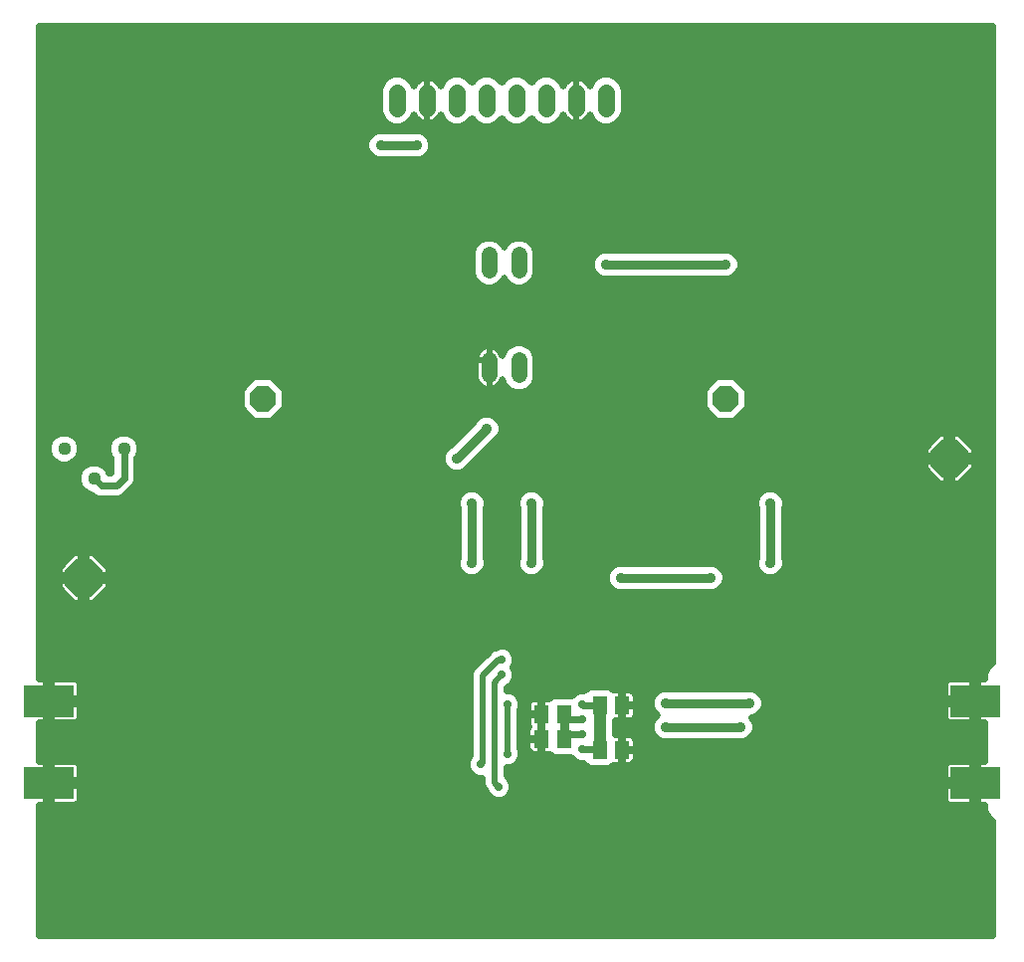
<source format=gbl>
G75*
%MOIN*%
%OFA0B0*%
%FSLAX25Y25*%
%IPPOS*%
%LPD*%
%AMOC8*
5,1,8,0,0,1.08239X$1,22.5*
%
%ADD10R,0.05118X0.05906*%
%ADD11R,0.16500X0.10500*%
%ADD12C,0.04400*%
%ADD13C,0.05200*%
%ADD14OC8,0.08500*%
%ADD15C,0.05600*%
%ADD16OC8,0.12400*%
%ADD17C,0.02781*%
%ADD18C,0.01969*%
%ADD19C,0.02362*%
%ADD20C,0.03569*%
%ADD21C,0.03150*%
%ADD22C,0.27559*%
%ADD23C,0.05906*%
%ADD24C,0.03937*%
D10*
X0211766Y0072984D03*
X0219246Y0072984D03*
X0219306Y0081350D03*
X0211825Y0081350D03*
X0231325Y0084232D03*
X0238806Y0084232D03*
X0238731Y0069382D03*
X0231250Y0069382D03*
D11*
X0357178Y0058226D03*
X0357178Y0085743D03*
X0046835Y0085743D03*
X0046835Y0058226D03*
D12*
X0061912Y0160236D03*
X0071912Y0170236D03*
X0051912Y0170236D03*
D13*
X0194254Y0194816D02*
X0194254Y0200016D01*
X0204254Y0200016D02*
X0204254Y0194816D01*
X0204254Y0230016D02*
X0204254Y0235216D01*
X0194254Y0235216D02*
X0194254Y0230016D01*
D14*
X0118506Y0186984D03*
X0273506Y0186984D03*
D15*
X0233506Y0284184D02*
X0233506Y0289784D01*
X0223506Y0289784D02*
X0223506Y0284184D01*
X0213506Y0284184D02*
X0213506Y0289784D01*
X0203506Y0289784D02*
X0203506Y0284184D01*
X0193506Y0284184D02*
X0193506Y0289784D01*
X0183506Y0289784D02*
X0183506Y0284184D01*
X0173506Y0284184D02*
X0173506Y0289784D01*
X0163506Y0289784D02*
X0163506Y0284184D01*
D16*
X0348506Y0166984D03*
X0058506Y0126984D03*
D17*
X0186506Y0104484D03*
X0186506Y0099484D03*
X0191506Y0104484D03*
X0198506Y0099484D03*
X0198506Y0094484D03*
X0201006Y0089484D03*
X0206006Y0089484D03*
X0211006Y0089484D03*
X0200506Y0084484D03*
X0206006Y0077984D03*
X0206006Y0072984D03*
X0206506Y0067984D03*
X0211006Y0064484D03*
X0209006Y0059984D03*
X0206006Y0063484D03*
X0200506Y0067984D03*
X0191506Y0064484D03*
X0197506Y0056984D03*
X0186506Y0079484D03*
X0186506Y0084484D03*
X0186506Y0089484D03*
X0186506Y0094484D03*
X0225506Y0084484D03*
X0225506Y0079484D03*
X0225506Y0074484D03*
X0225506Y0069484D03*
D18*
X0043491Y0050992D02*
X0043491Y0006968D01*
X0363223Y0006968D01*
X0363223Y0045535D01*
X0362683Y0045759D01*
X0361281Y0047161D01*
X0360522Y0048993D01*
X0360522Y0050992D01*
X0358162Y0050992D01*
X0358162Y0057242D01*
X0356194Y0057242D01*
X0356194Y0050992D01*
X0348667Y0050992D01*
X0348162Y0051127D01*
X0347710Y0051388D01*
X0347340Y0051758D01*
X0347079Y0052210D01*
X0346944Y0052715D01*
X0346944Y0057242D01*
X0356194Y0057242D01*
X0356194Y0059210D01*
X0356194Y0065460D01*
X0348667Y0065460D01*
X0348162Y0065325D01*
X0347710Y0065064D01*
X0347340Y0064694D01*
X0347079Y0064242D01*
X0346944Y0063737D01*
X0346944Y0059210D01*
X0356194Y0059210D01*
X0358162Y0059210D01*
X0358162Y0065460D01*
X0360522Y0065460D01*
X0360522Y0078508D01*
X0358162Y0078508D01*
X0358162Y0084758D01*
X0356194Y0084758D01*
X0356194Y0078508D01*
X0348667Y0078508D01*
X0348162Y0078643D01*
X0347710Y0078905D01*
X0347340Y0079274D01*
X0347079Y0079727D01*
X0346944Y0080231D01*
X0346944Y0084758D01*
X0356194Y0084758D01*
X0356194Y0086727D01*
X0356194Y0092977D01*
X0348667Y0092977D01*
X0348162Y0092842D01*
X0347710Y0092580D01*
X0347340Y0092211D01*
X0347079Y0091758D01*
X0346944Y0091254D01*
X0346944Y0086727D01*
X0356194Y0086727D01*
X0358162Y0086727D01*
X0358162Y0092977D01*
X0360522Y0092977D01*
X0360522Y0094976D01*
X0361281Y0096808D01*
X0362683Y0098210D01*
X0363223Y0098433D01*
X0363223Y0311961D01*
X0043491Y0311961D01*
X0043491Y0092977D01*
X0045850Y0092977D01*
X0045850Y0086727D01*
X0047819Y0086727D01*
X0047819Y0092977D01*
X0055346Y0092977D01*
X0055851Y0092842D01*
X0056303Y0092580D01*
X0056672Y0092211D01*
X0056934Y0091758D01*
X0057069Y0091254D01*
X0057069Y0086727D01*
X0047819Y0086727D01*
X0047819Y0084758D01*
X0047819Y0078508D01*
X0055346Y0078508D01*
X0055851Y0078643D01*
X0056303Y0078905D01*
X0056672Y0079274D01*
X0056934Y0079727D01*
X0057069Y0080231D01*
X0057069Y0084758D01*
X0047819Y0084758D01*
X0045850Y0084758D01*
X0045850Y0078508D01*
X0043491Y0078508D01*
X0043491Y0065460D01*
X0045850Y0065460D01*
X0045850Y0059210D01*
X0047819Y0059210D01*
X0057069Y0059210D01*
X0057069Y0063737D01*
X0056934Y0064242D01*
X0056672Y0064694D01*
X0056303Y0065064D01*
X0055851Y0065325D01*
X0055346Y0065460D01*
X0047819Y0065460D01*
X0047819Y0059210D01*
X0047819Y0057242D01*
X0057069Y0057242D01*
X0057069Y0052715D01*
X0056934Y0052210D01*
X0056672Y0051758D01*
X0056303Y0051388D01*
X0055851Y0051127D01*
X0055346Y0050992D01*
X0047819Y0050992D01*
X0047819Y0057242D01*
X0045850Y0057242D01*
X0045850Y0050992D01*
X0043491Y0050992D01*
X0043491Y0049193D02*
X0360522Y0049193D01*
X0361254Y0047226D02*
X0043491Y0047226D01*
X0043491Y0045259D02*
X0363223Y0045259D01*
X0363223Y0043292D02*
X0043491Y0043292D01*
X0043491Y0041325D02*
X0363223Y0041325D01*
X0363223Y0039358D02*
X0043491Y0039358D01*
X0043491Y0037391D02*
X0363223Y0037391D01*
X0363223Y0035424D02*
X0043491Y0035424D01*
X0043491Y0033456D02*
X0363223Y0033456D01*
X0363223Y0031489D02*
X0043491Y0031489D01*
X0043491Y0029522D02*
X0363223Y0029522D01*
X0363223Y0027555D02*
X0043491Y0027555D01*
X0043491Y0025588D02*
X0363223Y0025588D01*
X0363223Y0023621D02*
X0043491Y0023621D01*
X0043491Y0021654D02*
X0363223Y0021654D01*
X0363223Y0019687D02*
X0043491Y0019687D01*
X0043491Y0017720D02*
X0363223Y0017720D01*
X0363223Y0015753D02*
X0043491Y0015753D01*
X0043491Y0013786D02*
X0363223Y0013786D01*
X0363223Y0011819D02*
X0043491Y0011819D01*
X0043491Y0009852D02*
X0363223Y0009852D01*
X0363223Y0007885D02*
X0043491Y0007885D01*
X0045850Y0051160D02*
X0047819Y0051160D01*
X0047819Y0053127D02*
X0045850Y0053127D01*
X0045850Y0055094D02*
X0047819Y0055094D01*
X0047819Y0057061D02*
X0045850Y0057061D01*
X0047819Y0059028D02*
X0192069Y0059028D01*
X0192069Y0060109D02*
X0192069Y0057663D01*
X0192673Y0056205D01*
X0193391Y0055487D01*
X0193798Y0054506D01*
X0195028Y0053275D01*
X0196636Y0052609D01*
X0198377Y0052609D01*
X0199984Y0053275D01*
X0201215Y0054506D01*
X0201881Y0056114D01*
X0201881Y0057854D01*
X0201215Y0059462D01*
X0200006Y0060671D01*
X0200006Y0063609D01*
X0201377Y0063609D01*
X0202984Y0064275D01*
X0204215Y0065506D01*
X0204881Y0067114D01*
X0204881Y0068854D01*
X0204475Y0069835D01*
X0204475Y0082633D01*
X0204881Y0083614D01*
X0204881Y0085354D01*
X0204215Y0086962D01*
X0202984Y0088193D01*
X0201377Y0088859D01*
X0200006Y0088859D01*
X0200006Y0090370D01*
X0200984Y0090775D01*
X0202215Y0092006D01*
X0202881Y0093614D01*
X0202881Y0095354D01*
X0202215Y0096962D01*
X0202193Y0096984D01*
X0202215Y0097006D01*
X0202881Y0098614D01*
X0202881Y0100354D01*
X0202215Y0101962D01*
X0200984Y0103193D01*
X0199377Y0103859D01*
X0197636Y0103859D01*
X0196655Y0103453D01*
X0196530Y0103453D01*
X0195071Y0102849D01*
X0193955Y0101732D01*
X0189821Y0097598D01*
X0188705Y0096482D01*
X0188101Y0095024D01*
X0188101Y0067266D01*
X0187798Y0066962D01*
X0187131Y0065354D01*
X0187131Y0063614D01*
X0187798Y0062006D01*
X0189028Y0060775D01*
X0190636Y0060109D01*
X0192069Y0060109D01*
X0192319Y0057061D02*
X0057069Y0057061D01*
X0057069Y0055094D02*
X0193554Y0055094D01*
X0195387Y0053127D02*
X0057069Y0053127D01*
X0055907Y0051160D02*
X0348105Y0051160D01*
X0346944Y0053127D02*
X0199625Y0053127D01*
X0201458Y0055094D02*
X0346944Y0055094D01*
X0346944Y0057061D02*
X0201881Y0057061D01*
X0201395Y0059028D02*
X0356194Y0059028D01*
X0356194Y0060995D02*
X0358162Y0060995D01*
X0358162Y0062962D02*
X0356194Y0062962D01*
X0356194Y0064929D02*
X0358162Y0064929D01*
X0360522Y0066896D02*
X0243274Y0066896D01*
X0243274Y0066168D02*
X0243274Y0069087D01*
X0239026Y0069087D01*
X0239026Y0069677D01*
X0243274Y0069677D01*
X0243274Y0072596D01*
X0243139Y0073101D01*
X0242878Y0073553D01*
X0242508Y0073922D01*
X0242056Y0074184D01*
X0241551Y0074319D01*
X0239026Y0074319D01*
X0239026Y0069677D01*
X0238435Y0069677D01*
X0238435Y0074319D01*
X0236278Y0074319D01*
X0236278Y0079295D01*
X0238510Y0079295D01*
X0238510Y0083937D01*
X0239101Y0083937D01*
X0239101Y0084528D01*
X0238510Y0084528D01*
X0238510Y0089169D01*
X0236120Y0089169D01*
X0235575Y0089715D01*
X0234478Y0090169D01*
X0228173Y0090169D01*
X0227076Y0089715D01*
X0226236Y0088875D01*
X0226229Y0088859D01*
X0224636Y0088859D01*
X0223028Y0088193D01*
X0222123Y0087287D01*
X0216153Y0087287D01*
X0215056Y0086833D01*
X0214510Y0086287D01*
X0212120Y0086287D01*
X0212120Y0081646D01*
X0211530Y0081646D01*
X0211530Y0086287D01*
X0209005Y0086287D01*
X0208500Y0086152D01*
X0208048Y0085891D01*
X0207678Y0085522D01*
X0207417Y0085069D01*
X0207282Y0084564D01*
X0207282Y0081646D01*
X0211530Y0081646D01*
X0211530Y0081055D01*
X0212120Y0081055D01*
X0212120Y0077921D01*
X0212061Y0077921D01*
X0212061Y0073280D01*
X0211471Y0073280D01*
X0211471Y0076413D01*
X0211530Y0076413D01*
X0211530Y0081055D01*
X0207282Y0081055D01*
X0207282Y0078136D01*
X0207417Y0077632D01*
X0207665Y0077202D01*
X0207619Y0077155D01*
X0207358Y0076703D01*
X0207223Y0076198D01*
X0207223Y0073280D01*
X0211471Y0073280D01*
X0211471Y0072689D01*
X0212061Y0072689D01*
X0212061Y0068047D01*
X0214451Y0068047D01*
X0214997Y0067502D01*
X0216094Y0067047D01*
X0221780Y0067047D01*
X0221798Y0067006D01*
X0223028Y0065775D01*
X0224636Y0065109D01*
X0226008Y0065109D01*
X0226161Y0064739D01*
X0227001Y0063899D01*
X0228098Y0063445D01*
X0234403Y0063445D01*
X0235500Y0063899D01*
X0236046Y0064445D01*
X0238435Y0064445D01*
X0238435Y0069087D01*
X0239026Y0069087D01*
X0239026Y0064445D01*
X0241551Y0064445D01*
X0242056Y0064580D01*
X0242508Y0064841D01*
X0242878Y0065211D01*
X0243139Y0065663D01*
X0243274Y0066168D01*
X0242596Y0064929D02*
X0347575Y0064929D01*
X0346944Y0062962D02*
X0200006Y0062962D01*
X0200006Y0060995D02*
X0346944Y0060995D01*
X0356194Y0057061D02*
X0358162Y0057061D01*
X0358162Y0055094D02*
X0356194Y0055094D01*
X0356194Y0053127D02*
X0358162Y0053127D01*
X0358162Y0051160D02*
X0356194Y0051160D01*
X0360522Y0068863D02*
X0243274Y0068863D01*
X0243274Y0070830D02*
X0360522Y0070830D01*
X0360522Y0072797D02*
X0280858Y0072797D01*
X0281207Y0072942D02*
X0282549Y0074283D01*
X0283275Y0076036D01*
X0283275Y0077933D01*
X0282549Y0079685D01*
X0282018Y0080216D01*
X0282455Y0080216D01*
X0284207Y0080942D01*
X0285549Y0082283D01*
X0286275Y0084036D01*
X0286275Y0085933D01*
X0285549Y0087685D01*
X0284207Y0089027D01*
X0282455Y0089753D01*
X0280558Y0089753D01*
X0280052Y0089543D01*
X0254960Y0089543D01*
X0254455Y0089753D01*
X0252558Y0089753D01*
X0250805Y0089027D01*
X0249464Y0087685D01*
X0248738Y0085933D01*
X0248738Y0084036D01*
X0249464Y0082283D01*
X0250763Y0080984D01*
X0249464Y0079685D01*
X0248738Y0077933D01*
X0248738Y0076036D01*
X0249464Y0074283D01*
X0250805Y0072942D01*
X0252558Y0072216D01*
X0254455Y0072216D01*
X0254960Y0072425D01*
X0277052Y0072425D01*
X0277558Y0072216D01*
X0279455Y0072216D01*
X0281207Y0072942D01*
X0282748Y0074764D02*
X0360522Y0074764D01*
X0360522Y0076731D02*
X0283275Y0076731D01*
X0282958Y0078698D02*
X0348068Y0078698D01*
X0346944Y0080665D02*
X0283539Y0080665D01*
X0285693Y0082632D02*
X0346944Y0082632D01*
X0346944Y0084599D02*
X0286275Y0084599D01*
X0286013Y0086566D02*
X0356194Y0086566D01*
X0356194Y0088533D02*
X0358162Y0088533D01*
X0358162Y0090500D02*
X0356194Y0090500D01*
X0356194Y0092467D02*
X0358162Y0092467D01*
X0360522Y0094434D02*
X0202881Y0094434D01*
X0202448Y0096401D02*
X0361112Y0096401D01*
X0363065Y0098368D02*
X0202779Y0098368D01*
X0202881Y0100335D02*
X0363223Y0100335D01*
X0363223Y0102302D02*
X0201875Y0102302D01*
X0198506Y0099484D02*
X0197319Y0099484D01*
X0192069Y0094234D01*
X0192069Y0065047D01*
X0191506Y0064484D01*
X0187402Y0062962D02*
X0057069Y0062962D01*
X0057069Y0060995D02*
X0188809Y0060995D01*
X0187131Y0064929D02*
X0056438Y0064929D01*
X0047819Y0064929D02*
X0045850Y0064929D01*
X0045850Y0062962D02*
X0047819Y0062962D01*
X0047819Y0060995D02*
X0045850Y0060995D01*
X0043491Y0066896D02*
X0187770Y0066896D01*
X0188101Y0068863D02*
X0043491Y0068863D01*
X0043491Y0070830D02*
X0188101Y0070830D01*
X0188101Y0072797D02*
X0043491Y0072797D01*
X0043491Y0074764D02*
X0188101Y0074764D01*
X0188101Y0076731D02*
X0043491Y0076731D01*
X0045850Y0078698D02*
X0047819Y0078698D01*
X0047819Y0080665D02*
X0045850Y0080665D01*
X0045850Y0082632D02*
X0047819Y0082632D01*
X0047819Y0084599D02*
X0045850Y0084599D01*
X0047819Y0086566D02*
X0188101Y0086566D01*
X0188101Y0088533D02*
X0057069Y0088533D01*
X0057069Y0090500D02*
X0188101Y0090500D01*
X0188101Y0092467D02*
X0056416Y0092467D01*
X0057069Y0084599D02*
X0188101Y0084599D01*
X0188101Y0082632D02*
X0057069Y0082632D01*
X0057069Y0080665D02*
X0188101Y0080665D01*
X0188101Y0078698D02*
X0055945Y0078698D01*
X0047819Y0088533D02*
X0045850Y0088533D01*
X0045850Y0090500D02*
X0047819Y0090500D01*
X0047819Y0092467D02*
X0045850Y0092467D01*
X0043491Y0094434D02*
X0188101Y0094434D01*
X0188671Y0096401D02*
X0043491Y0096401D01*
X0043491Y0098368D02*
X0190591Y0098368D01*
X0192558Y0100335D02*
X0043491Y0100335D01*
X0043491Y0102302D02*
X0194525Y0102302D01*
X0193955Y0101732D02*
X0193955Y0101732D01*
X0198506Y0094484D02*
X0196038Y0092016D01*
X0196038Y0058453D01*
X0197506Y0056984D01*
X0203638Y0064929D02*
X0226083Y0064929D01*
X0221908Y0066896D02*
X0204791Y0066896D01*
X0204878Y0068863D02*
X0207591Y0068863D01*
X0207619Y0068813D02*
X0207989Y0068444D01*
X0208441Y0068182D01*
X0208946Y0068047D01*
X0211471Y0068047D01*
X0211471Y0072689D01*
X0207223Y0072689D01*
X0207223Y0069770D01*
X0207358Y0069266D01*
X0207619Y0068813D01*
X0207223Y0070830D02*
X0204475Y0070830D01*
X0204475Y0072797D02*
X0211471Y0072797D01*
X0211471Y0074764D02*
X0212061Y0074764D01*
X0212061Y0076731D02*
X0211530Y0076731D01*
X0211530Y0078698D02*
X0212120Y0078698D01*
X0212120Y0080665D02*
X0211530Y0080665D01*
X0211530Y0082632D02*
X0212120Y0082632D01*
X0212120Y0084599D02*
X0211530Y0084599D01*
X0214789Y0086566D02*
X0204379Y0086566D01*
X0204881Y0084599D02*
X0207291Y0084599D01*
X0207282Y0082632D02*
X0204475Y0082632D01*
X0204475Y0080665D02*
X0207282Y0080665D01*
X0207282Y0078698D02*
X0204475Y0078698D01*
X0204475Y0076731D02*
X0207374Y0076731D01*
X0207223Y0074764D02*
X0204475Y0074764D01*
X0200506Y0067984D02*
X0200506Y0084484D01*
X0202164Y0088533D02*
X0223849Y0088533D01*
X0236278Y0078698D02*
X0249055Y0078698D01*
X0248738Y0076731D02*
X0236278Y0076731D01*
X0236278Y0074764D02*
X0249265Y0074764D01*
X0251155Y0072797D02*
X0243220Y0072797D01*
X0239026Y0072797D02*
X0238435Y0072797D01*
X0238435Y0070830D02*
X0239026Y0070830D01*
X0239026Y0068863D02*
X0238435Y0068863D01*
X0238435Y0066896D02*
X0239026Y0066896D01*
X0239026Y0064929D02*
X0238435Y0064929D01*
X0239101Y0079295D02*
X0241626Y0079295D01*
X0242130Y0079430D01*
X0242583Y0079692D01*
X0242952Y0080061D01*
X0243214Y0080514D01*
X0243349Y0081018D01*
X0243349Y0083937D01*
X0239101Y0083937D01*
X0239101Y0079295D01*
X0239101Y0080665D02*
X0238510Y0080665D01*
X0238510Y0082632D02*
X0239101Y0082632D01*
X0239101Y0084528D02*
X0243349Y0084528D01*
X0243349Y0087446D01*
X0243214Y0087951D01*
X0242952Y0088403D01*
X0242583Y0088773D01*
X0242130Y0089034D01*
X0241626Y0089169D01*
X0239101Y0089169D01*
X0239101Y0084528D01*
X0239101Y0084599D02*
X0238510Y0084599D01*
X0238510Y0086566D02*
X0239101Y0086566D01*
X0239101Y0088533D02*
X0238510Y0088533D01*
X0242823Y0088533D02*
X0250311Y0088533D01*
X0249000Y0086566D02*
X0243349Y0086566D01*
X0243349Y0084599D02*
X0248738Y0084599D01*
X0249319Y0082632D02*
X0243349Y0082632D01*
X0243254Y0080665D02*
X0250443Y0080665D01*
X0219306Y0073043D02*
X0219246Y0072984D01*
X0212061Y0070830D02*
X0211471Y0070830D01*
X0211471Y0068863D02*
X0212061Y0068863D01*
X0200319Y0090500D02*
X0346944Y0090500D01*
X0346944Y0088533D02*
X0284701Y0088533D01*
X0271207Y0122942D02*
X0269455Y0122216D01*
X0267558Y0122216D01*
X0267052Y0122425D01*
X0239960Y0122425D01*
X0239455Y0122216D01*
X0237558Y0122216D01*
X0235805Y0122942D01*
X0234464Y0124283D01*
X0233738Y0126036D01*
X0233738Y0127933D01*
X0234464Y0129685D01*
X0235805Y0131027D01*
X0237558Y0131753D01*
X0239455Y0131753D01*
X0239960Y0131543D01*
X0267052Y0131543D01*
X0267558Y0131753D01*
X0269455Y0131753D01*
X0271207Y0131027D01*
X0272549Y0129685D01*
X0273275Y0127933D01*
X0273275Y0126036D01*
X0272549Y0124283D01*
X0271207Y0122942D01*
X0272205Y0123939D02*
X0363223Y0123939D01*
X0363223Y0121972D02*
X0065069Y0121972D01*
X0066691Y0123594D02*
X0066691Y0126000D01*
X0059491Y0126000D01*
X0059491Y0127968D01*
X0066691Y0127968D01*
X0066691Y0130374D01*
X0061896Y0135168D01*
X0059491Y0135168D01*
X0059491Y0127969D01*
X0057522Y0127969D01*
X0057522Y0135168D01*
X0055116Y0135168D01*
X0050322Y0130374D01*
X0050322Y0127968D01*
X0057522Y0127968D01*
X0057522Y0126000D01*
X0050322Y0126000D01*
X0050322Y0123594D01*
X0055116Y0118800D01*
X0057522Y0118800D01*
X0057522Y0126000D01*
X0059491Y0126000D01*
X0059491Y0118800D01*
X0061896Y0118800D01*
X0066691Y0123594D01*
X0066691Y0123939D02*
X0234808Y0123939D01*
X0233791Y0125906D02*
X0066691Y0125906D01*
X0066691Y0129840D02*
X0184233Y0129840D01*
X0184464Y0129283D02*
X0185805Y0127942D01*
X0187558Y0127216D01*
X0189455Y0127216D01*
X0191207Y0127942D01*
X0192549Y0129283D01*
X0193275Y0131036D01*
X0193275Y0132933D01*
X0193065Y0133438D01*
X0193065Y0150530D01*
X0193275Y0151036D01*
X0193275Y0152933D01*
X0192549Y0154685D01*
X0191207Y0156027D01*
X0189455Y0156753D01*
X0187558Y0156753D01*
X0185805Y0156027D01*
X0184464Y0154685D01*
X0183738Y0152933D01*
X0183738Y0151036D01*
X0183947Y0150530D01*
X0183947Y0133438D01*
X0183738Y0132933D01*
X0183738Y0131036D01*
X0184464Y0129283D01*
X0185970Y0127873D02*
X0059491Y0127873D01*
X0059491Y0125906D02*
X0057522Y0125906D01*
X0057522Y0123939D02*
X0059491Y0123939D01*
X0059491Y0121972D02*
X0057522Y0121972D01*
X0057522Y0120005D02*
X0059491Y0120005D01*
X0063101Y0120005D02*
X0363223Y0120005D01*
X0363223Y0118038D02*
X0043491Y0118038D01*
X0043491Y0116071D02*
X0363223Y0116071D01*
X0363223Y0114104D02*
X0043491Y0114104D01*
X0043491Y0112137D02*
X0363223Y0112137D01*
X0363223Y0110170D02*
X0043491Y0110170D01*
X0043491Y0108203D02*
X0363223Y0108203D01*
X0363223Y0106236D02*
X0043491Y0106236D01*
X0043491Y0104269D02*
X0363223Y0104269D01*
X0347596Y0092467D02*
X0202406Y0092467D01*
X0207558Y0127216D02*
X0209455Y0127216D01*
X0211207Y0127942D01*
X0212549Y0129283D01*
X0213275Y0131036D01*
X0213275Y0132933D01*
X0213065Y0133438D01*
X0213065Y0150530D01*
X0213275Y0151036D01*
X0213275Y0152933D01*
X0212549Y0154685D01*
X0211207Y0156027D01*
X0209455Y0156753D01*
X0207558Y0156753D01*
X0205805Y0156027D01*
X0204464Y0154685D01*
X0203738Y0152933D01*
X0203738Y0151036D01*
X0203947Y0150530D01*
X0203947Y0133438D01*
X0203738Y0132933D01*
X0203738Y0131036D01*
X0204464Y0129283D01*
X0205805Y0127942D01*
X0207558Y0127216D01*
X0205970Y0127873D02*
X0191042Y0127873D01*
X0192780Y0129840D02*
X0204233Y0129840D01*
X0203738Y0131807D02*
X0193275Y0131807D01*
X0193065Y0133774D02*
X0203947Y0133774D01*
X0203947Y0135741D02*
X0193065Y0135741D01*
X0193065Y0137708D02*
X0203947Y0137708D01*
X0203947Y0139675D02*
X0193065Y0139675D01*
X0193065Y0141642D02*
X0203947Y0141642D01*
X0203947Y0143609D02*
X0193065Y0143609D01*
X0193065Y0145576D02*
X0203947Y0145576D01*
X0203947Y0147543D02*
X0193065Y0147543D01*
X0193065Y0149510D02*
X0203947Y0149510D01*
X0203738Y0151477D02*
X0193275Y0151477D01*
X0193063Y0153444D02*
X0203950Y0153444D01*
X0205190Y0155411D02*
X0191823Y0155411D01*
X0185190Y0155411D02*
X0072824Y0155411D01*
X0071771Y0154359D02*
X0075443Y0158030D01*
X0076077Y0159561D01*
X0076077Y0167070D01*
X0076307Y0167300D01*
X0077096Y0169205D01*
X0077096Y0171267D01*
X0076307Y0173173D01*
X0074848Y0174631D01*
X0072943Y0175420D01*
X0070881Y0175420D01*
X0068975Y0174631D01*
X0067517Y0173173D01*
X0066728Y0171267D01*
X0066728Y0169205D01*
X0067517Y0167300D01*
X0067746Y0167070D01*
X0067746Y0162115D01*
X0067686Y0162055D01*
X0066770Y0162055D01*
X0066307Y0163173D01*
X0064848Y0164631D01*
X0062943Y0165420D01*
X0060881Y0165420D01*
X0058975Y0164631D01*
X0057517Y0163173D01*
X0056728Y0161267D01*
X0056728Y0159205D01*
X0057517Y0157300D01*
X0058975Y0155841D01*
X0060881Y0155052D01*
X0061205Y0155052D01*
X0061899Y0154359D01*
X0063430Y0153724D01*
X0070240Y0153724D01*
X0071771Y0154359D01*
X0074791Y0157378D02*
X0363223Y0157378D01*
X0363223Y0155411D02*
X0291823Y0155411D01*
X0291207Y0156027D02*
X0289455Y0156753D01*
X0287558Y0156753D01*
X0285805Y0156027D01*
X0284464Y0154685D01*
X0283738Y0152933D01*
X0283738Y0151036D01*
X0283947Y0150530D01*
X0283947Y0133438D01*
X0283738Y0132933D01*
X0283738Y0131036D01*
X0284464Y0129283D01*
X0285805Y0127942D01*
X0287558Y0127216D01*
X0289455Y0127216D01*
X0291207Y0127942D01*
X0292549Y0129283D01*
X0293275Y0131036D01*
X0293275Y0132933D01*
X0293065Y0133438D01*
X0293065Y0150530D01*
X0293275Y0151036D01*
X0293275Y0152933D01*
X0292549Y0154685D01*
X0291207Y0156027D01*
X0293063Y0153444D02*
X0363223Y0153444D01*
X0363223Y0151477D02*
X0293275Y0151477D01*
X0293065Y0149510D02*
X0363223Y0149510D01*
X0363223Y0147543D02*
X0293065Y0147543D01*
X0293065Y0145576D02*
X0363223Y0145576D01*
X0363223Y0143609D02*
X0293065Y0143609D01*
X0293065Y0141642D02*
X0363223Y0141642D01*
X0363223Y0139675D02*
X0293065Y0139675D01*
X0293065Y0137708D02*
X0363223Y0137708D01*
X0363223Y0135741D02*
X0293065Y0135741D01*
X0293065Y0133774D02*
X0363223Y0133774D01*
X0363223Y0131807D02*
X0293275Y0131807D01*
X0292780Y0129840D02*
X0363223Y0129840D01*
X0363223Y0127873D02*
X0291042Y0127873D01*
X0285970Y0127873D02*
X0273275Y0127873D01*
X0273221Y0125906D02*
X0363223Y0125906D01*
X0363223Y0159345D02*
X0352442Y0159345D01*
X0351896Y0158800D02*
X0356691Y0163594D01*
X0356691Y0166000D01*
X0349491Y0166000D01*
X0349491Y0167968D01*
X0356691Y0167968D01*
X0356691Y0170374D01*
X0351896Y0175168D01*
X0349491Y0175168D01*
X0349491Y0167969D01*
X0347522Y0167969D01*
X0347522Y0175168D01*
X0345116Y0175168D01*
X0340322Y0170374D01*
X0340322Y0167968D01*
X0347522Y0167968D01*
X0347522Y0166000D01*
X0340322Y0166000D01*
X0340322Y0163594D01*
X0345116Y0158800D01*
X0347522Y0158800D01*
X0347522Y0166000D01*
X0349491Y0166000D01*
X0349491Y0158800D01*
X0351896Y0158800D01*
X0349491Y0159345D02*
X0347522Y0159345D01*
X0347522Y0161312D02*
X0349491Y0161312D01*
X0349491Y0163280D02*
X0347522Y0163280D01*
X0347522Y0165247D02*
X0349491Y0165247D01*
X0349491Y0167214D02*
X0363223Y0167214D01*
X0363223Y0169181D02*
X0356691Y0169181D01*
X0355917Y0171148D02*
X0363223Y0171148D01*
X0363223Y0173115D02*
X0353950Y0173115D01*
X0351983Y0175082D02*
X0363223Y0175082D01*
X0363223Y0177049D02*
X0198275Y0177049D01*
X0198275Y0177933D02*
X0197549Y0179685D01*
X0196207Y0181027D01*
X0194455Y0181753D01*
X0192558Y0181753D01*
X0190805Y0181027D01*
X0189464Y0179685D01*
X0189254Y0179180D01*
X0181311Y0171236D01*
X0180805Y0171027D01*
X0179464Y0169685D01*
X0178738Y0167933D01*
X0178738Y0166036D01*
X0179464Y0164283D01*
X0180805Y0162942D01*
X0182558Y0162216D01*
X0184455Y0162216D01*
X0186207Y0162942D01*
X0187549Y0164283D01*
X0187758Y0164789D01*
X0195702Y0172732D01*
X0196207Y0172942D01*
X0197549Y0174283D01*
X0198275Y0176036D01*
X0198275Y0177933D01*
X0197826Y0179016D02*
X0363223Y0179016D01*
X0363223Y0180983D02*
X0277735Y0180983D01*
X0276503Y0179750D02*
X0280741Y0183988D01*
X0280741Y0189981D01*
X0276503Y0194218D01*
X0270510Y0194218D01*
X0266272Y0189981D01*
X0266272Y0183988D01*
X0270510Y0179750D01*
X0276503Y0179750D01*
X0279702Y0182950D02*
X0363223Y0182950D01*
X0363223Y0184917D02*
X0280741Y0184917D01*
X0280741Y0186884D02*
X0363223Y0186884D01*
X0363223Y0188851D02*
X0280741Y0188851D01*
X0279904Y0190818D02*
X0363223Y0190818D01*
X0363223Y0192785D02*
X0277937Y0192785D01*
X0269076Y0192785D02*
X0209457Y0192785D01*
X0209839Y0193705D02*
X0209839Y0201127D01*
X0208988Y0203179D01*
X0207418Y0204750D01*
X0205365Y0205600D01*
X0203144Y0205600D01*
X0201091Y0204750D01*
X0199520Y0203179D01*
X0198694Y0201185D01*
X0198503Y0201775D01*
X0198175Y0202418D01*
X0197751Y0203002D01*
X0197241Y0203512D01*
X0196657Y0203937D01*
X0196014Y0204264D01*
X0195328Y0204487D01*
X0194615Y0204600D01*
X0194254Y0204600D01*
X0193894Y0204600D01*
X0193181Y0204487D01*
X0192495Y0204264D01*
X0191852Y0203937D01*
X0191268Y0203512D01*
X0190758Y0203002D01*
X0190334Y0202418D01*
X0190006Y0201775D01*
X0189783Y0201089D01*
X0189670Y0200377D01*
X0189670Y0200016D01*
X0194254Y0200016D01*
X0194254Y0200016D01*
X0194254Y0204600D01*
X0194254Y0200016D01*
X0194254Y0200016D01*
X0189670Y0200016D01*
X0189670Y0194455D01*
X0189783Y0193742D01*
X0190006Y0193056D01*
X0190334Y0192413D01*
X0190758Y0191829D01*
X0191268Y0191319D01*
X0191852Y0190895D01*
X0192495Y0190567D01*
X0193181Y0190344D01*
X0193894Y0190231D01*
X0194254Y0190231D01*
X0194254Y0200016D01*
X0194254Y0200016D01*
X0194254Y0190231D01*
X0194615Y0190231D01*
X0195328Y0190344D01*
X0196014Y0190567D01*
X0196657Y0190895D01*
X0197241Y0191319D01*
X0197751Y0191829D01*
X0198175Y0192413D01*
X0198503Y0193056D01*
X0198694Y0193646D01*
X0199520Y0191653D01*
X0201091Y0190082D01*
X0203144Y0189231D01*
X0205365Y0189231D01*
X0207418Y0190082D01*
X0208988Y0191653D01*
X0209839Y0193705D01*
X0209839Y0194752D02*
X0363223Y0194752D01*
X0363223Y0196719D02*
X0209839Y0196719D01*
X0209839Y0198686D02*
X0363223Y0198686D01*
X0363223Y0200653D02*
X0209839Y0200653D01*
X0209220Y0202620D02*
X0363223Y0202620D01*
X0363223Y0204587D02*
X0207581Y0204587D01*
X0200928Y0204587D02*
X0194698Y0204587D01*
X0194254Y0204587D02*
X0194254Y0204587D01*
X0193810Y0204587D02*
X0043491Y0204587D01*
X0043491Y0206554D02*
X0363223Y0206554D01*
X0363223Y0208521D02*
X0043491Y0208521D01*
X0043491Y0210488D02*
X0363223Y0210488D01*
X0363223Y0212455D02*
X0043491Y0212455D01*
X0043491Y0214422D02*
X0363223Y0214422D01*
X0363223Y0216389D02*
X0043491Y0216389D01*
X0043491Y0218356D02*
X0363223Y0218356D01*
X0363223Y0220323D02*
X0043491Y0220323D01*
X0043491Y0222290D02*
X0363223Y0222290D01*
X0363223Y0224257D02*
X0043491Y0224257D01*
X0043491Y0226224D02*
X0190149Y0226224D01*
X0189520Y0226853D02*
X0191091Y0225282D01*
X0193144Y0224431D01*
X0195365Y0224431D01*
X0197418Y0225282D01*
X0198988Y0226853D01*
X0199254Y0227494D01*
X0199520Y0226853D01*
X0201091Y0225282D01*
X0203144Y0224431D01*
X0205365Y0224431D01*
X0207418Y0225282D01*
X0208988Y0226853D01*
X0209839Y0228905D01*
X0209839Y0236327D01*
X0208988Y0238379D01*
X0207418Y0239950D01*
X0205365Y0240800D01*
X0203144Y0240800D01*
X0201091Y0239950D01*
X0199520Y0238379D01*
X0199254Y0237737D01*
X0198988Y0238379D01*
X0197418Y0239950D01*
X0195365Y0240800D01*
X0193144Y0240800D01*
X0191091Y0239950D01*
X0189520Y0238379D01*
X0188670Y0236327D01*
X0188670Y0228905D01*
X0189520Y0226853D01*
X0188966Y0228191D02*
X0043491Y0228191D01*
X0043491Y0230158D02*
X0188670Y0230158D01*
X0188670Y0232125D02*
X0043491Y0232125D01*
X0043491Y0234092D02*
X0188670Y0234092D01*
X0188670Y0236059D02*
X0043491Y0236059D01*
X0043491Y0238026D02*
X0189374Y0238026D01*
X0191196Y0239993D02*
X0043491Y0239993D01*
X0043491Y0241960D02*
X0363223Y0241960D01*
X0363223Y0239993D02*
X0207313Y0239993D01*
X0209135Y0238026D02*
X0363223Y0238026D01*
X0363223Y0236059D02*
X0276130Y0236059D01*
X0276207Y0236027D02*
X0274455Y0236753D01*
X0272558Y0236753D01*
X0272052Y0236543D01*
X0234960Y0236543D01*
X0234455Y0236753D01*
X0232558Y0236753D01*
X0230805Y0236027D01*
X0229464Y0234685D01*
X0228738Y0232933D01*
X0228738Y0231036D01*
X0229464Y0229283D01*
X0230805Y0227942D01*
X0232558Y0227216D01*
X0234455Y0227216D01*
X0234960Y0227425D01*
X0272052Y0227425D01*
X0272558Y0227216D01*
X0274455Y0227216D01*
X0276207Y0227942D01*
X0277549Y0229283D01*
X0278275Y0231036D01*
X0278275Y0232933D01*
X0277549Y0234685D01*
X0276207Y0236027D01*
X0277795Y0234092D02*
X0363223Y0234092D01*
X0363223Y0232125D02*
X0278275Y0232125D01*
X0277911Y0230158D02*
X0363223Y0230158D01*
X0363223Y0228191D02*
X0276457Y0228191D01*
X0230556Y0228191D02*
X0209543Y0228191D01*
X0209839Y0230158D02*
X0229101Y0230158D01*
X0228738Y0232125D02*
X0209839Y0232125D01*
X0209839Y0234092D02*
X0229218Y0234092D01*
X0230883Y0236059D02*
X0209839Y0236059D01*
X0201196Y0239993D02*
X0197313Y0239993D01*
X0199135Y0238026D02*
X0199374Y0238026D01*
X0200149Y0226224D02*
X0198360Y0226224D01*
X0208360Y0226224D02*
X0363223Y0226224D01*
X0363223Y0243927D02*
X0043491Y0243927D01*
X0043491Y0245894D02*
X0363223Y0245894D01*
X0363223Y0247861D02*
X0043491Y0247861D01*
X0043491Y0249828D02*
X0363223Y0249828D01*
X0363223Y0251795D02*
X0043491Y0251795D01*
X0043491Y0253762D02*
X0363223Y0253762D01*
X0363223Y0255729D02*
X0043491Y0255729D01*
X0043491Y0257696D02*
X0363223Y0257696D01*
X0363223Y0259663D02*
X0043491Y0259663D01*
X0043491Y0261630D02*
X0363223Y0261630D01*
X0363223Y0263597D02*
X0043491Y0263597D01*
X0043491Y0265564D02*
X0363223Y0265564D01*
X0363223Y0267531D02*
X0171717Y0267531D01*
X0170955Y0267216D02*
X0172707Y0267942D01*
X0174049Y0269283D01*
X0174775Y0271036D01*
X0174775Y0272933D01*
X0174049Y0274685D01*
X0172707Y0276027D01*
X0170955Y0276753D01*
X0169058Y0276753D01*
X0168552Y0276543D01*
X0159460Y0276543D01*
X0158955Y0276753D01*
X0157058Y0276753D01*
X0155305Y0276027D01*
X0153964Y0274685D01*
X0153238Y0272933D01*
X0153238Y0271036D01*
X0153964Y0269283D01*
X0155305Y0267942D01*
X0157058Y0267216D01*
X0158955Y0267216D01*
X0159460Y0267425D01*
X0168552Y0267425D01*
X0169058Y0267216D01*
X0170955Y0267216D01*
X0174138Y0269498D02*
X0363223Y0269498D01*
X0363223Y0271465D02*
X0174775Y0271465D01*
X0174568Y0273432D02*
X0363223Y0273432D01*
X0363223Y0275399D02*
X0173335Y0275399D01*
X0173506Y0279400D02*
X0173506Y0286984D01*
X0173506Y0286984D01*
X0173506Y0279400D01*
X0173130Y0279400D01*
X0172386Y0279518D01*
X0171670Y0279751D01*
X0170999Y0280092D01*
X0170390Y0280535D01*
X0169857Y0281068D01*
X0169414Y0281677D01*
X0169073Y0282348D01*
X0169043Y0282437D01*
X0168410Y0280908D01*
X0166783Y0279281D01*
X0164657Y0278400D01*
X0162356Y0278400D01*
X0160230Y0279281D01*
X0158603Y0280908D01*
X0157722Y0283034D01*
X0157722Y0290935D01*
X0158603Y0293061D01*
X0160230Y0294688D01*
X0162356Y0295568D01*
X0164657Y0295568D01*
X0166783Y0294688D01*
X0168410Y0293061D01*
X0169043Y0291531D01*
X0169073Y0291621D01*
X0169414Y0292292D01*
X0169857Y0292901D01*
X0170390Y0293433D01*
X0170999Y0293876D01*
X0171670Y0294218D01*
X0172386Y0294451D01*
X0173130Y0294568D01*
X0173506Y0294568D01*
X0173506Y0286984D01*
X0173506Y0286984D01*
X0173506Y0294568D01*
X0173883Y0294568D01*
X0174627Y0294451D01*
X0175343Y0294218D01*
X0176014Y0293876D01*
X0176623Y0293433D01*
X0177156Y0292901D01*
X0177598Y0292292D01*
X0177940Y0291621D01*
X0177969Y0291531D01*
X0178603Y0293061D01*
X0180230Y0294688D01*
X0182356Y0295568D01*
X0184657Y0295568D01*
X0186783Y0294688D01*
X0188410Y0293061D01*
X0188506Y0292828D01*
X0188603Y0293061D01*
X0190230Y0294688D01*
X0192356Y0295568D01*
X0194657Y0295568D01*
X0196783Y0294688D01*
X0198410Y0293061D01*
X0198506Y0292828D01*
X0198603Y0293061D01*
X0200230Y0294688D01*
X0202356Y0295568D01*
X0204657Y0295568D01*
X0206783Y0294688D01*
X0208410Y0293061D01*
X0208506Y0292828D01*
X0208603Y0293061D01*
X0210230Y0294688D01*
X0212356Y0295568D01*
X0214657Y0295568D01*
X0216783Y0294688D01*
X0218410Y0293061D01*
X0219043Y0291531D01*
X0219073Y0291621D01*
X0219414Y0292292D01*
X0219857Y0292901D01*
X0220390Y0293433D01*
X0220999Y0293876D01*
X0221670Y0294218D01*
X0222386Y0294451D01*
X0223130Y0294568D01*
X0223506Y0294568D01*
X0223506Y0286984D01*
X0223506Y0286984D01*
X0223506Y0279400D01*
X0223130Y0279400D01*
X0222386Y0279518D01*
X0221670Y0279751D01*
X0220999Y0280092D01*
X0220390Y0280535D01*
X0219857Y0281068D01*
X0219414Y0281677D01*
X0219073Y0282348D01*
X0219043Y0282437D01*
X0218410Y0280908D01*
X0216783Y0279281D01*
X0214657Y0278400D01*
X0212356Y0278400D01*
X0210230Y0279281D01*
X0208603Y0280908D01*
X0208506Y0281140D01*
X0208410Y0280908D01*
X0206783Y0279281D01*
X0204657Y0278400D01*
X0202356Y0278400D01*
X0200230Y0279281D01*
X0198603Y0280908D01*
X0198506Y0281140D01*
X0198410Y0280908D01*
X0196783Y0279281D01*
X0194657Y0278400D01*
X0192356Y0278400D01*
X0190230Y0279281D01*
X0188603Y0280908D01*
X0188506Y0281140D01*
X0188410Y0280908D01*
X0186783Y0279281D01*
X0184657Y0278400D01*
X0182356Y0278400D01*
X0180230Y0279281D01*
X0178603Y0280908D01*
X0177969Y0282437D01*
X0177940Y0282348D01*
X0177598Y0281677D01*
X0177156Y0281068D01*
X0176623Y0280535D01*
X0176014Y0280092D01*
X0175343Y0279751D01*
X0174627Y0279518D01*
X0173883Y0279400D01*
X0173506Y0279400D01*
X0173506Y0281300D02*
X0173506Y0281300D01*
X0173506Y0283267D02*
X0173506Y0283267D01*
X0173506Y0285234D02*
X0173506Y0285234D01*
X0173506Y0287201D02*
X0173506Y0287201D01*
X0173506Y0289168D02*
X0173506Y0289168D01*
X0173506Y0291135D02*
X0173506Y0291135D01*
X0173506Y0293103D02*
X0173506Y0293103D01*
X0170059Y0293103D02*
X0168368Y0293103D01*
X0165861Y0295070D02*
X0181151Y0295070D01*
X0178644Y0293103D02*
X0176954Y0293103D01*
X0185861Y0295070D02*
X0191151Y0295070D01*
X0188644Y0293103D02*
X0188368Y0293103D01*
X0195861Y0295070D02*
X0201151Y0295070D01*
X0198644Y0293103D02*
X0198368Y0293103D01*
X0205861Y0295070D02*
X0211151Y0295070D01*
X0208644Y0293103D02*
X0208368Y0293103D01*
X0215861Y0295070D02*
X0231151Y0295070D01*
X0230230Y0294688D02*
X0232356Y0295568D01*
X0234657Y0295568D01*
X0236783Y0294688D01*
X0238410Y0293061D01*
X0239291Y0290935D01*
X0239291Y0283034D01*
X0238410Y0280908D01*
X0236783Y0279281D01*
X0234657Y0278400D01*
X0232356Y0278400D01*
X0230230Y0279281D01*
X0228603Y0280908D01*
X0227969Y0282437D01*
X0227940Y0282348D01*
X0227598Y0281677D01*
X0227156Y0281068D01*
X0226623Y0280535D01*
X0226014Y0280092D01*
X0225343Y0279751D01*
X0224627Y0279518D01*
X0223883Y0279400D01*
X0223506Y0279400D01*
X0223506Y0286984D01*
X0223506Y0286984D01*
X0223506Y0294568D01*
X0223883Y0294568D01*
X0224627Y0294451D01*
X0225343Y0294218D01*
X0226014Y0293876D01*
X0226623Y0293433D01*
X0227156Y0292901D01*
X0227598Y0292292D01*
X0227940Y0291621D01*
X0227969Y0291531D01*
X0228603Y0293061D01*
X0230230Y0294688D01*
X0228644Y0293103D02*
X0226954Y0293103D01*
X0223506Y0293103D02*
X0223506Y0293103D01*
X0223506Y0291135D02*
X0223506Y0291135D01*
X0223506Y0289168D02*
X0223506Y0289168D01*
X0223506Y0287201D02*
X0223506Y0287201D01*
X0223506Y0285234D02*
X0223506Y0285234D01*
X0223506Y0283267D02*
X0223506Y0283267D01*
X0223506Y0281300D02*
X0223506Y0281300D01*
X0219688Y0281300D02*
X0218573Y0281300D01*
X0216836Y0279333D02*
X0230177Y0279333D01*
X0228440Y0281300D02*
X0227325Y0281300D01*
X0236836Y0279333D02*
X0363223Y0279333D01*
X0363223Y0277366D02*
X0043491Y0277366D01*
X0043491Y0275399D02*
X0154678Y0275399D01*
X0153445Y0273432D02*
X0043491Y0273432D01*
X0043491Y0271465D02*
X0153238Y0271465D01*
X0153875Y0269498D02*
X0043491Y0269498D01*
X0043491Y0267531D02*
X0156296Y0267531D01*
X0160177Y0279333D02*
X0043491Y0279333D01*
X0043491Y0281300D02*
X0158440Y0281300D01*
X0157722Y0283267D02*
X0043491Y0283267D01*
X0043491Y0285234D02*
X0157722Y0285234D01*
X0157722Y0287201D02*
X0043491Y0287201D01*
X0043491Y0289168D02*
X0157722Y0289168D01*
X0157805Y0291135D02*
X0043491Y0291135D01*
X0043491Y0293103D02*
X0158644Y0293103D01*
X0161151Y0295070D02*
X0043491Y0295070D01*
X0043491Y0297037D02*
X0363223Y0297037D01*
X0363223Y0299004D02*
X0043491Y0299004D01*
X0043491Y0300971D02*
X0363223Y0300971D01*
X0363223Y0302938D02*
X0043491Y0302938D01*
X0043491Y0304905D02*
X0363223Y0304905D01*
X0363223Y0306872D02*
X0043491Y0306872D01*
X0043491Y0308839D02*
X0363223Y0308839D01*
X0363223Y0310806D02*
X0043491Y0310806D01*
X0166836Y0279333D02*
X0180177Y0279333D01*
X0178440Y0281300D02*
X0177325Y0281300D01*
X0169688Y0281300D02*
X0168573Y0281300D01*
X0186836Y0279333D02*
X0190177Y0279333D01*
X0196836Y0279333D02*
X0200177Y0279333D01*
X0206836Y0279333D02*
X0210177Y0279333D01*
X0218368Y0293103D02*
X0220059Y0293103D01*
X0235861Y0295070D02*
X0363223Y0295070D01*
X0363223Y0293103D02*
X0238368Y0293103D01*
X0239207Y0291135D02*
X0363223Y0291135D01*
X0363223Y0289168D02*
X0239291Y0289168D01*
X0239291Y0287201D02*
X0363223Y0287201D01*
X0363223Y0285234D02*
X0239291Y0285234D01*
X0239291Y0283267D02*
X0363223Y0283267D01*
X0363223Y0281300D02*
X0238573Y0281300D01*
X0199289Y0202620D02*
X0198029Y0202620D01*
X0194254Y0202620D02*
X0194254Y0202620D01*
X0194254Y0200653D02*
X0194254Y0200653D01*
X0194254Y0198686D02*
X0194254Y0198686D01*
X0194254Y0196719D02*
X0194254Y0196719D01*
X0194254Y0194752D02*
X0194254Y0194752D01*
X0194254Y0192785D02*
X0194254Y0192785D01*
X0194254Y0190818D02*
X0194254Y0190818D01*
X0192003Y0190818D02*
X0124904Y0190818D01*
X0125741Y0189981D02*
X0121503Y0194218D01*
X0115510Y0194218D01*
X0111272Y0189981D01*
X0111272Y0183988D01*
X0115510Y0179750D01*
X0121503Y0179750D01*
X0125741Y0183988D01*
X0125741Y0189981D01*
X0125741Y0188851D02*
X0266272Y0188851D01*
X0266272Y0186884D02*
X0125741Y0186884D01*
X0125741Y0184917D02*
X0266272Y0184917D01*
X0267310Y0182950D02*
X0124702Y0182950D01*
X0122735Y0180983D02*
X0190761Y0180983D01*
X0189090Y0179016D02*
X0043491Y0179016D01*
X0043491Y0180983D02*
X0114277Y0180983D01*
X0112310Y0182950D02*
X0043491Y0182950D01*
X0043491Y0184917D02*
X0111272Y0184917D01*
X0111272Y0186884D02*
X0043491Y0186884D01*
X0043491Y0188851D02*
X0111272Y0188851D01*
X0112109Y0190818D02*
X0043491Y0190818D01*
X0043491Y0192785D02*
X0114076Y0192785D01*
X0122937Y0192785D02*
X0190144Y0192785D01*
X0189670Y0194752D02*
X0043491Y0194752D01*
X0043491Y0196719D02*
X0189670Y0196719D01*
X0189670Y0198686D02*
X0043491Y0198686D01*
X0043491Y0200653D02*
X0189714Y0200653D01*
X0190480Y0202620D02*
X0043491Y0202620D01*
X0043491Y0177049D02*
X0187123Y0177049D01*
X0185156Y0175082D02*
X0073761Y0175082D01*
X0076331Y0173115D02*
X0183189Y0173115D01*
X0181097Y0171148D02*
X0077096Y0171148D01*
X0077086Y0169181D02*
X0179255Y0169181D01*
X0178738Y0167214D02*
X0076221Y0167214D01*
X0076077Y0165247D02*
X0179065Y0165247D01*
X0180467Y0163280D02*
X0076077Y0163280D01*
X0076077Y0161312D02*
X0342604Y0161312D01*
X0344571Y0159345D02*
X0075988Y0159345D01*
X0067746Y0163280D02*
X0066200Y0163280D01*
X0067746Y0165247D02*
X0063363Y0165247D01*
X0060461Y0165247D02*
X0053413Y0165247D01*
X0052943Y0165052D02*
X0054848Y0165841D01*
X0056307Y0167300D01*
X0057096Y0169205D01*
X0057096Y0171267D01*
X0056307Y0173173D01*
X0054848Y0174631D01*
X0052943Y0175420D01*
X0050881Y0175420D01*
X0048975Y0174631D01*
X0047517Y0173173D01*
X0046728Y0171267D01*
X0046728Y0169205D01*
X0047517Y0167300D01*
X0048975Y0165841D01*
X0050881Y0165052D01*
X0052943Y0165052D01*
X0050411Y0165247D02*
X0043491Y0165247D01*
X0043491Y0167214D02*
X0047603Y0167214D01*
X0046738Y0169181D02*
X0043491Y0169181D01*
X0043491Y0171148D02*
X0046728Y0171148D01*
X0047493Y0173115D02*
X0043491Y0173115D01*
X0043491Y0175082D02*
X0050062Y0175082D01*
X0053761Y0175082D02*
X0070063Y0175082D01*
X0067493Y0173115D02*
X0056331Y0173115D01*
X0057096Y0171148D02*
X0066728Y0171148D01*
X0066738Y0169181D02*
X0057086Y0169181D01*
X0056221Y0167214D02*
X0067603Y0167214D01*
X0057623Y0163280D02*
X0043491Y0163280D01*
X0043491Y0161312D02*
X0056746Y0161312D01*
X0056728Y0159345D02*
X0043491Y0159345D01*
X0043491Y0157378D02*
X0057484Y0157378D01*
X0060013Y0155411D02*
X0043491Y0155411D01*
X0043491Y0153444D02*
X0183950Y0153444D01*
X0183738Y0151477D02*
X0043491Y0151477D01*
X0043491Y0149510D02*
X0183947Y0149510D01*
X0183947Y0147543D02*
X0043491Y0147543D01*
X0043491Y0145576D02*
X0183947Y0145576D01*
X0183947Y0143609D02*
X0043491Y0143609D01*
X0043491Y0141642D02*
X0183947Y0141642D01*
X0183947Y0139675D02*
X0043491Y0139675D01*
X0043491Y0137708D02*
X0183947Y0137708D01*
X0183947Y0135741D02*
X0043491Y0135741D01*
X0043491Y0133774D02*
X0053722Y0133774D01*
X0051755Y0131807D02*
X0043491Y0131807D01*
X0043491Y0129840D02*
X0050322Y0129840D01*
X0050322Y0125906D02*
X0043491Y0125906D01*
X0043491Y0123939D02*
X0050322Y0123939D01*
X0051944Y0121972D02*
X0043491Y0121972D01*
X0043491Y0120005D02*
X0053911Y0120005D01*
X0057522Y0127873D02*
X0043491Y0127873D01*
X0057522Y0129840D02*
X0059491Y0129840D01*
X0059491Y0131807D02*
X0057522Y0131807D01*
X0057522Y0133774D02*
X0059491Y0133774D01*
X0063291Y0133774D02*
X0183947Y0133774D01*
X0183738Y0131807D02*
X0065258Y0131807D01*
X0186545Y0163280D02*
X0340637Y0163280D01*
X0340322Y0165247D02*
X0188216Y0165247D01*
X0190183Y0167214D02*
X0347522Y0167214D01*
X0347522Y0169181D02*
X0349491Y0169181D01*
X0349491Y0171148D02*
X0347522Y0171148D01*
X0347522Y0173115D02*
X0349491Y0173115D01*
X0349491Y0175082D02*
X0347522Y0175082D01*
X0345029Y0175082D02*
X0197880Y0175082D01*
X0196380Y0173115D02*
X0343062Y0173115D01*
X0341095Y0171148D02*
X0194117Y0171148D01*
X0192150Y0169181D02*
X0340322Y0169181D01*
X0354409Y0161312D02*
X0363223Y0161312D01*
X0363223Y0163280D02*
X0356376Y0163280D01*
X0356691Y0165247D02*
X0363223Y0165247D01*
X0285190Y0155411D02*
X0211823Y0155411D01*
X0213063Y0153444D02*
X0283950Y0153444D01*
X0283738Y0151477D02*
X0213275Y0151477D01*
X0213065Y0149510D02*
X0283947Y0149510D01*
X0283947Y0147543D02*
X0213065Y0147543D01*
X0213065Y0145576D02*
X0283947Y0145576D01*
X0283947Y0143609D02*
X0213065Y0143609D01*
X0213065Y0141642D02*
X0283947Y0141642D01*
X0283947Y0139675D02*
X0213065Y0139675D01*
X0213065Y0137708D02*
X0283947Y0137708D01*
X0283947Y0135741D02*
X0213065Y0135741D01*
X0213065Y0133774D02*
X0283947Y0133774D01*
X0283738Y0131807D02*
X0213275Y0131807D01*
X0212780Y0129840D02*
X0234619Y0129840D01*
X0233738Y0127873D02*
X0211042Y0127873D01*
X0272394Y0129840D02*
X0284233Y0129840D01*
X0269277Y0180983D02*
X0196252Y0180983D01*
X0196505Y0190818D02*
X0200355Y0190818D01*
X0199051Y0192785D02*
X0198364Y0192785D01*
X0208154Y0190818D02*
X0267109Y0190818D01*
X0356194Y0084599D02*
X0358162Y0084599D01*
X0358162Y0082632D02*
X0356194Y0082632D01*
X0356194Y0080665D02*
X0358162Y0080665D01*
X0358162Y0078698D02*
X0356194Y0078698D01*
D19*
X0231325Y0084232D02*
X0225758Y0084232D01*
X0225506Y0084484D01*
X0221172Y0079484D02*
X0219306Y0081350D01*
X0221172Y0079484D02*
X0225506Y0079484D01*
X0225506Y0074484D02*
X0220746Y0074484D01*
X0219246Y0072984D01*
X0225506Y0069484D02*
X0231148Y0069484D01*
X0231250Y0069382D01*
X0071912Y0160390D02*
X0069412Y0157890D01*
X0064258Y0157890D01*
X0061912Y0160236D01*
X0071912Y0160390D02*
X0071912Y0170236D01*
D20*
X0093506Y0185984D03*
X0062006Y0200484D03*
X0052006Y0201984D03*
X0061006Y0214984D03*
X0105006Y0215984D03*
X0074006Y0259484D03*
X0158006Y0271984D03*
X0170006Y0271984D03*
X0175506Y0251984D03*
X0175506Y0241984D03*
X0175506Y0206984D03*
X0175506Y0196984D03*
X0193506Y0176984D03*
X0183506Y0166984D03*
X0188506Y0151984D03*
X0208506Y0151984D03*
X0208506Y0131984D03*
X0188506Y0131984D03*
X0173506Y0120484D03*
X0163506Y0120484D03*
X0153506Y0115484D03*
X0153506Y0105484D03*
X0143506Y0095484D03*
X0133506Y0085484D03*
X0123506Y0085484D03*
X0113506Y0085484D03*
X0103506Y0085484D03*
X0093506Y0080484D03*
X0093506Y0065984D03*
X0103506Y0060984D03*
X0103506Y0050984D03*
X0113506Y0045984D03*
X0123506Y0045984D03*
X0133506Y0035984D03*
X0143506Y0035984D03*
X0153506Y0035984D03*
X0158506Y0045984D03*
X0168506Y0045484D03*
X0168506Y0035484D03*
X0168506Y0025484D03*
X0178506Y0025484D03*
X0188506Y0025484D03*
X0198506Y0025484D03*
X0208506Y0025484D03*
X0218506Y0040484D03*
X0228506Y0045484D03*
X0238506Y0045484D03*
X0248506Y0040484D03*
X0258506Y0040484D03*
X0268506Y0037984D03*
X0278506Y0045484D03*
X0288506Y0050484D03*
X0298506Y0060484D03*
X0308506Y0065484D03*
X0308506Y0077984D03*
X0298506Y0077984D03*
X0288506Y0072984D03*
X0278506Y0076984D03*
X0281506Y0084984D03*
X0268506Y0091484D03*
X0258506Y0091484D03*
X0253506Y0084984D03*
X0253506Y0076984D03*
X0248506Y0067984D03*
X0258506Y0067984D03*
X0268506Y0067984D03*
X0278506Y0067984D03*
X0248506Y0091484D03*
X0238506Y0091484D03*
X0227506Y0091984D03*
X0213506Y0110484D03*
X0203506Y0109984D03*
X0193506Y0110484D03*
X0183506Y0110484D03*
X0168506Y0075484D03*
X0168506Y0065484D03*
X0158506Y0065484D03*
X0148506Y0065484D03*
X0132006Y0064984D03*
X0168506Y0055484D03*
X0242006Y0119484D03*
X0238506Y0126984D03*
X0252006Y0119484D03*
X0262006Y0119484D03*
X0268506Y0126984D03*
X0288506Y0131984D03*
X0288506Y0151984D03*
X0328506Y0196984D03*
X0328506Y0206984D03*
X0328506Y0241984D03*
X0328506Y0251984D03*
X0273506Y0231984D03*
X0250506Y0221984D03*
X0233506Y0231984D03*
X0225006Y0226984D03*
X0233506Y0243484D03*
X0226006Y0201984D03*
X0268506Y0197984D03*
X0348506Y0097984D03*
X0343506Y0092984D03*
X0343506Y0082984D03*
X0338506Y0077984D03*
X0328506Y0077984D03*
X0328506Y0065484D03*
X0338506Y0065484D03*
X0343506Y0060484D03*
X0343506Y0050484D03*
X0348506Y0045484D03*
X0358506Y0045484D03*
X0358506Y0097984D03*
X0073506Y0077984D03*
X0063506Y0077984D03*
X0063506Y0087984D03*
X0058506Y0097984D03*
X0048506Y0097984D03*
X0063506Y0065984D03*
X0063506Y0055984D03*
X0058506Y0045984D03*
X0048506Y0045984D03*
X0073506Y0065984D03*
D21*
X0188506Y0131984D02*
X0188506Y0151984D01*
X0183506Y0166984D02*
X0193506Y0176984D01*
X0208506Y0151984D02*
X0208506Y0131984D01*
X0238506Y0126984D02*
X0268506Y0126984D01*
X0288506Y0131984D02*
X0288506Y0151984D01*
X0281506Y0084984D02*
X0253506Y0084984D01*
X0253506Y0076984D02*
X0278506Y0076984D01*
X0219306Y0073043D02*
X0219306Y0081350D01*
X0233506Y0231984D02*
X0273506Y0231984D01*
X0170006Y0271984D02*
X0158006Y0271984D01*
D22*
X0058506Y0296984D03*
X0343506Y0296984D03*
X0343506Y0021984D03*
X0058506Y0021984D03*
D23*
X0083506Y0011984D03*
X0103506Y0011984D03*
X0123506Y0011984D03*
X0143506Y0011984D03*
X0163506Y0011984D03*
X0183506Y0011984D03*
X0201006Y0011984D03*
X0218506Y0011984D03*
X0238506Y0011984D03*
X0258506Y0011984D03*
X0278506Y0011984D03*
X0298506Y0011984D03*
X0318506Y0011984D03*
X0318506Y0031984D03*
X0318506Y0051984D03*
X0318506Y0081984D03*
X0318506Y0101984D03*
X0318506Y0121984D03*
X0318506Y0141984D03*
X0298506Y0141984D03*
X0278506Y0141984D03*
X0258506Y0141984D03*
X0238506Y0141984D03*
X0218506Y0141984D03*
X0198506Y0141984D03*
X0181006Y0141984D03*
X0163506Y0141984D03*
X0143506Y0141984D03*
X0123506Y0141984D03*
X0103506Y0141984D03*
X0083506Y0141984D03*
X0083506Y0121984D03*
X0083506Y0101984D03*
X0083506Y0081984D03*
X0083506Y0051984D03*
X0083506Y0031984D03*
D24*
X0231250Y0069382D02*
X0231325Y0069457D01*
X0231325Y0084232D01*
M02*

</source>
